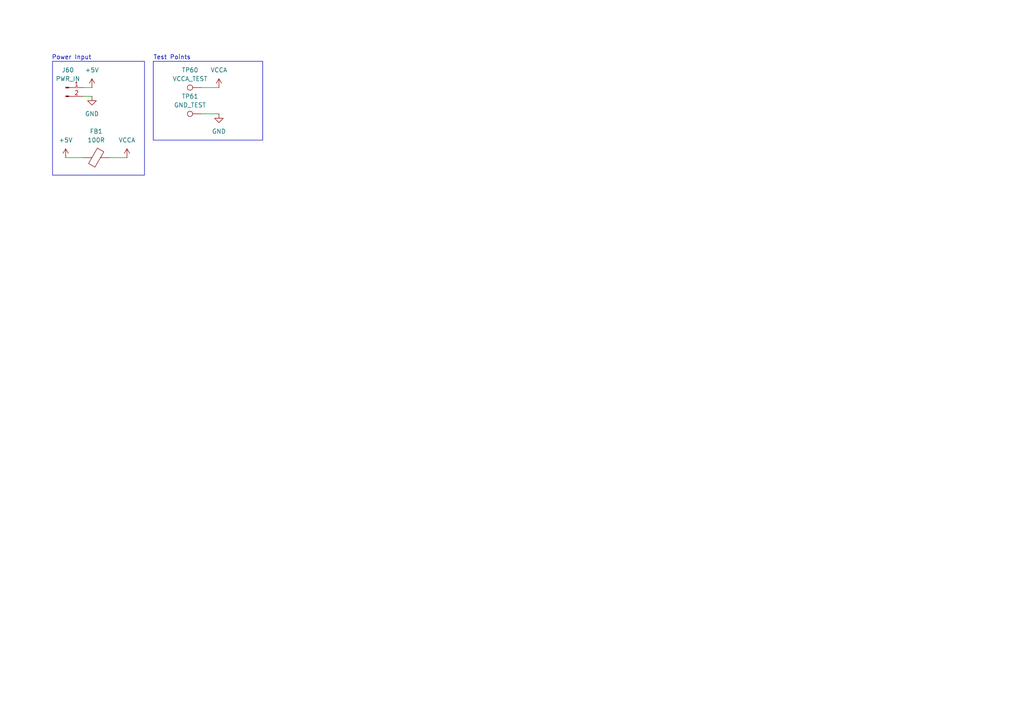
<source format=kicad_sch>
(kicad_sch (version 20231120) (generator "eeschema") (generator_version "8.0")
  (paper "A4")
  (lib_symbols
    (symbol "Connector:Conn_01x02_Pin" (pin_names (offset 1.016) hide)
      (property "Reference" "J" (at 0 2.54 0))
      (property "Value" "Conn_01x02_Pin" (at 0 -5.08 0))
      (symbol "Conn_01x02_Pin_1_1"
        (polyline (pts (xy 1.27 -2.54) (xy 0.8636 -2.54)) (stroke (width 0.1524)))
        (polyline (pts (xy 1.27 0) (xy 0.8636 0)) (stroke (width 0.1524)))
        (rectangle (start 0.8636 -2.413) (end 0 -2.667) (stroke (width 0.1524)) (fill (type outline)))
        (rectangle (start 0.8636 0.127) (end 0 -0.127) (stroke (width 0.1524)) (fill (type outline)))
        (pin passive line (at 5.08 0 180) (length 3.81) (name "Pin_1") (number "1"))
        (pin passive line (at 5.08 -2.54 180) (length 3.81) (name "Pin_2") (number "2"))
      )
    )
    (symbol "Connector:TestPoint" (pin_numbers hide) (pin_names (offset 0.762) hide)
      (property "Reference" "TP" (at 0 6.858 0))
      (property "Value" "TestPoint" (at 0 5.08 0))
      (symbol "TestPoint_0_1"
        (circle (center 0 3.302) (radius 0.762))
      )
      (symbol "TestPoint_1_1"
        (pin passive line (at 0 0 90) (length 2.54) (name "1") (number "1"))
      )
    )
    (symbol "Device:FerriteBead" (pin_numbers hide) (pin_names (offset 0))
      (property "Reference" "FB" (at -3.81 0.635 90))
      (property "Value" "FerriteBead" (at 3.81 0 90))
      (symbol "FerriteBead_0_1"
        (polyline (pts (xy 0 -1.27) (xy 0 -1.2192)))
        (polyline (pts (xy 0 1.27) (xy 0 1.2954)))
        (polyline (pts (xy -2.7686 0.4064) (xy -1.7018 2.2606) (xy 2.7686 -0.3048) (xy 1.6764 -2.159) (xy -2.7686 0.4064)))
      )
      (symbol "FerriteBead_1_1"
        (pin passive line (at 0 3.81 270) (length 2.54) (name "~") (number "1"))
        (pin passive line (at 0 -3.81 90) (length 2.54) (name "~") (number "2"))
      )
    )
    (symbol "power:+5V" (power) (pin_numbers hide) (pin_names (offset 0) hide)
      (property "Value" "+5V" (at 0 3.556 0))
      (symbol "+5V_0_1"
        (polyline (pts (xy -0.762 1.27) (xy 0 2.54)))
        (polyline (pts (xy 0 0) (xy 0 2.54)))
        (polyline (pts (xy 0 2.54) (xy 0.762 1.27)))
      )
      (symbol "+5V_1_1"
        (pin power_in line (at 0 0 90) (length 0) (name "~") (number "1"))
      )
    )
    (symbol "power:GND" (power) (pin_numbers hide) (pin_names (offset 0) hide)
      (property "Value" "GND" (at 0 -3.81 0))
      (symbol "GND_0_1"
        (polyline (pts (xy 0 0) (xy 0 -1.27) (xy 1.27 -1.27) (xy 0 -2.54) (xy -1.27 -1.27) (xy 0 -1.27)))
      )
      (symbol "GND_1_1"
        (pin power_in line (at 0 0 270) (length 0) (name "~") (number "1"))
      )
    )
    (symbol "power:VCC" (power) (pin_numbers hide) (pin_names (offset 0) hide)
      (property "Value" "VCC" (at 0 3.556 0))
      (symbol "VCC_0_1"
        (polyline (pts (xy -0.762 1.27) (xy 0 2.54)))
        (polyline (pts (xy 0 0) (xy 0 2.54)))
        (polyline (pts (xy 0 2.54) (xy 0.762 1.27)))
      )
      (symbol "VCC_1_1"
        (pin power_in line (at 0 0 90) (length 0) (name "~") (number "1"))
      )
    )
  )
  (wire (pts (xy 24.13 25.4) (xy 26.67 25.4)))
  (wire (pts (xy 19.05 45.72) (xy 24.13 45.72)))
  (wire (pts (xy 31.75 45.72) (xy 36.83 45.72)))
  (wire (pts (xy 24.13 27.94) (xy 26.67 27.94)))
  (wire (pts (xy 58.42 25.4) (xy 63.5 25.4)))
  (wire (pts (xy 58.42 33.02) (xy 63.5 33.02)))
  (rectangle (start 15.24 17.78) (end 41.91 50.8))
  (rectangle (start 44.45 17.78) (end 76.2 40.64))
  (text "Test Points" (at 44.45 16.764 0) (effects (font (size 1.27 1.27)) (justify left)))
  (text "Power Input" (at 14.986 16.764 0) (effects (font (size 1.27 1.27)) (justify left)))
  (symbol (lib_id "power:+5V") (at 26.67 25.4 0) (unit 1)
    (property "Reference" "#PWR06" (effects (hide yes)))
    (property "Value" "+5V" (at 26.67 20.32 0))
    (property "Description" "Power symbol creates a global label with name \"+5V\"" (effects (hide yes)))
  )
  (symbol (lib_id "power:GND") (at 63.5 33.02 0) (unit 1)
    (property "Reference" "#PWR028" (effects (hide yes)))
    (property "Value" "GND" (at 63.5 38.1 0))
    (property "Description" "Power symbol creates a global label with name \"GND\" , ground" (effects (hide yes)))
  )
  (symbol (lib_id "power:VCC") (at 36.83 45.72 0) (unit 1)
    (property "Reference" "#PWR011" (effects (hide yes)))
    (property "Value" "VCCA" (at 36.83 40.64 0))
    (property "Description" "Power symbol creates a global label with name \"VCC\"" (effects (hide yes)))
  )
  (symbol (lib_id "power:+5V") (at 19.05 45.72 0) (unit 1)
    (property "Reference" "#PWR05" (effects (hide yes)))
    (property "Value" "+5V" (at 19.05 40.64 0))
    (property "Description" "Power symbol creates a global label with name \"+5V\"" (effects (hide yes)))
  )
  (symbol (lib_id "Connector:TestPoint") (at 58.42 33.02 90) (unit 1)
    (property "Reference" "TP61" (at 55.118 27.94 90))
    (property "Value" "GND_TEST" (at 55.118 30.48 90))
    (property "Footprint" "TestPoint:TestPoint_Loop_D1.80mm_Drill1.0mm_Beaded" (effects (hide yes)))
    (property "Description" "test point" (effects (hide yes)))
  )
  (symbol (lib_id "power:VCC") (at 63.5 25.4 0) (unit 1)
    (property "Reference" "#PWR027" (effects (hide yes)))
    (property "Value" "VCCA" (at 63.5 20.32 0))
    (property "Description" "Power symbol creates a global label with name \"VCC\"" (effects (hide yes)))
  )
  (symbol (lib_id "Device:FerriteBead") (at 27.94 45.72 90) (unit 1)
    (property "Reference" "FB1" (at 27.8892 38.1 90))
    (property "Value" "100R" (at 27.8892 40.64 90))
    (property "Footprint" "Inductor_SMD:L_0805_2012Metric_Pad1.05x1.20mm_HandSolder" (effects (hide yes)))
    (property "Description" "Ferrite bead" (effects (hide yes)))
  )
  (symbol (lib_id "Connector:Conn_01x02_Pin") (at 19.05 25.4 0) (unit 1)
    (property "Reference" "J60" (at 19.685 20.32 0))
    (property "Value" "PWR_IN" (at 19.685 22.86 0))
    (property "Footprint" "Connector_PinHeader_2.54mm:PinHeader_1x02_P2.54mm_Vertical" (effects (hide yes)))
    (property "Description" "Generic connector, single row, 01x02, script generated" (effects (hide yes)))
  )
  (symbol (lib_id "Connector:TestPoint") (at 58.42 25.4 90) (unit 1)
    (property "Reference" "TP60" (at 55.118 20.32 90))
    (property "Value" "VCCA_TEST" (at 55.118 22.86 90))
    (property "Footprint" "TestPoint:TestPoint_Loop_D1.80mm_Drill1.0mm_Beaded" (effects (hide yes)))
    (property "Description" "test point" (effects (hide yes)))
  )
  (symbol (lib_id "power:GND") (at 26.67 27.94 0) (unit 1)
    (property "Reference" "#PWR010" (effects (hide yes)))
    (property "Value" "GND" (at 26.67 33.02 0))
    (property "Description" "Power symbol creates a global label with name \"GND\" , ground" (effects (hide yes)))
  )
)
</source>
